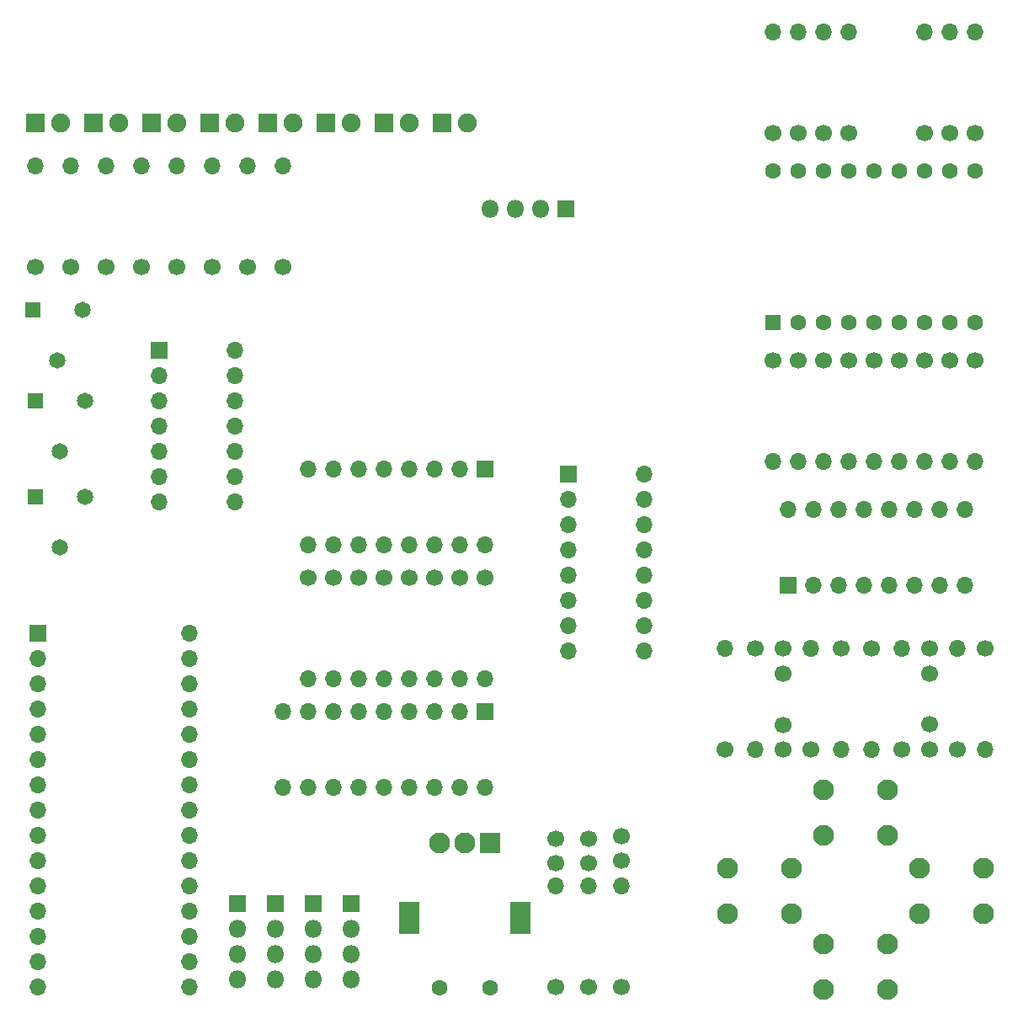
<source format=gbr>
G04 #@! TF.GenerationSoftware,KiCad,Pcbnew,(5.1.6)-1*
G04 #@! TF.CreationDate,2020-05-30T01:19:27-07:00*
G04 #@! TF.ProjectId,NanoDemo,4e616e6f-4465-46d6-9f2e-6b696361645f,rev?*
G04 #@! TF.SameCoordinates,Original*
G04 #@! TF.FileFunction,Soldermask,Bot*
G04 #@! TF.FilePolarity,Negative*
%FSLAX46Y46*%
G04 Gerber Fmt 4.6, Leading zero omitted, Abs format (unit mm)*
G04 Created by KiCad (PCBNEW (5.1.6)-1) date 2020-05-30 01:19:27*
%MOMM*%
%LPD*%
G01*
G04 APERTURE LIST*
%ADD10O,1.800000X1.800000*%
%ADD11R,1.800000X1.800000*%
%ADD12O,1.700000X1.700000*%
%ADD13R,1.700000X1.700000*%
%ADD14C,2.100000*%
%ADD15R,2.100000X2.100000*%
%ADD16R,2.100000X3.300000*%
%ADD17C,1.600000*%
%ADD18C,1.650000*%
%ADD19R,1.650000X1.650000*%
%ADD20C,1.700000*%
%ADD21R,1.600000X1.600000*%
%ADD22C,1.900000*%
%ADD23R,1.900000X1.900000*%
G04 APERTURE END LIST*
D10*
G04 #@! TO.C,J5*
X114554000Y-88646000D03*
X117094000Y-88646000D03*
X119634000Y-88646000D03*
D11*
X122174000Y-88646000D03*
G04 #@! TD*
D12*
G04 #@! TO.C,U6*
X130048000Y-115316000D03*
X122428000Y-133096000D03*
X130048000Y-117856000D03*
X122428000Y-130556000D03*
X130048000Y-120396000D03*
X122428000Y-128016000D03*
X130048000Y-122936000D03*
X122428000Y-125476000D03*
X130048000Y-125476000D03*
X122428000Y-122936000D03*
X130048000Y-128016000D03*
X122428000Y-120396000D03*
X130048000Y-130556000D03*
X122428000Y-117856000D03*
X130048000Y-133096000D03*
D13*
X122428000Y-115316000D03*
G04 #@! TD*
D12*
G04 #@! TO.C,U5*
X114046000Y-146812000D03*
X93726000Y-139192000D03*
X111506000Y-146812000D03*
X96266000Y-139192000D03*
X108966000Y-146812000D03*
X98806000Y-139192000D03*
X106426000Y-146812000D03*
X101346000Y-139192000D03*
X103886000Y-146812000D03*
X103886000Y-139192000D03*
X101346000Y-146812000D03*
X106426000Y-139192000D03*
X98806000Y-146812000D03*
X108966000Y-139192000D03*
X96266000Y-146812000D03*
X111506000Y-139192000D03*
X93726000Y-146812000D03*
D13*
X114046000Y-139192000D03*
G04 #@! TD*
D12*
G04 #@! TO.C,U4*
X144526000Y-118872000D03*
X162306000Y-126492000D03*
X147066000Y-118872000D03*
X159766000Y-126492000D03*
X149606000Y-118872000D03*
X157226000Y-126492000D03*
X152146000Y-118872000D03*
X154686000Y-126492000D03*
X154686000Y-118872000D03*
X152146000Y-126492000D03*
X157226000Y-118872000D03*
X149606000Y-126492000D03*
X159766000Y-118872000D03*
X147066000Y-126492000D03*
X162306000Y-118872000D03*
D13*
X144526000Y-126492000D03*
G04 #@! TD*
D12*
G04 #@! TO.C,U2*
X114046000Y-122428000D03*
X96266000Y-114808000D03*
X111506000Y-122428000D03*
X98806000Y-114808000D03*
X108966000Y-122428000D03*
X101346000Y-114808000D03*
X106426000Y-122428000D03*
X103886000Y-114808000D03*
X103886000Y-122428000D03*
X106426000Y-114808000D03*
X101346000Y-122428000D03*
X108966000Y-114808000D03*
X98806000Y-122428000D03*
X111506000Y-114808000D03*
X96266000Y-122428000D03*
D13*
X114046000Y-114808000D03*
G04 #@! TD*
D12*
G04 #@! TO.C,U1*
X88900000Y-102870000D03*
X81280000Y-118110000D03*
X88900000Y-105410000D03*
X81280000Y-115570000D03*
X88900000Y-107950000D03*
X81280000Y-113030000D03*
X88900000Y-110490000D03*
X81280000Y-110490000D03*
X88900000Y-113030000D03*
X81280000Y-107950000D03*
X88900000Y-115570000D03*
X81280000Y-105410000D03*
X88900000Y-118110000D03*
D13*
X81280000Y-102870000D03*
G04 #@! TD*
D14*
G04 #@! TO.C,SW5*
X154582000Y-162560000D03*
X154582000Y-167060000D03*
X148082000Y-162560000D03*
X148082000Y-167060000D03*
G04 #@! TD*
D15*
G04 #@! TO.C,SW4*
X114554000Y-152400000D03*
D14*
X112054000Y-152400000D03*
X109554000Y-152400000D03*
D16*
X117654000Y-159900000D03*
X106454000Y-159900000D03*
D17*
X114554000Y-166900000D03*
X109554000Y-166900000D03*
G04 #@! TD*
D14*
G04 #@! TO.C,SW3*
X154582000Y-147066000D03*
X154582000Y-151566000D03*
X148082000Y-147066000D03*
X148082000Y-151566000D03*
G04 #@! TD*
G04 #@! TO.C,SW2*
X164234000Y-154940000D03*
X164234000Y-159440000D03*
X157734000Y-154940000D03*
X157734000Y-159440000D03*
G04 #@! TD*
G04 #@! TO.C,SW1*
X144930000Y-154940000D03*
X144930000Y-159440000D03*
X138430000Y-154940000D03*
X138430000Y-159440000D03*
G04 #@! TD*
D18*
G04 #@! TO.C,RV3*
X71334000Y-122602000D03*
D19*
X68834000Y-117602000D03*
D18*
X73834000Y-117602000D03*
G04 #@! TD*
G04 #@! TO.C,RV2*
X71334000Y-112950000D03*
D19*
X68834000Y-107950000D03*
D18*
X73834000Y-107950000D03*
G04 #@! TD*
G04 #@! TO.C,RV1*
X71080000Y-103806000D03*
D19*
X68580000Y-98806000D03*
D18*
X73580000Y-98806000D03*
G04 #@! TD*
D12*
G04 #@! TO.C,R43*
X163322000Y-114046000D03*
D20*
X163322000Y-103886000D03*
G04 #@! TD*
D12*
G04 #@! TO.C,R42*
X158242000Y-114046000D03*
D20*
X158242000Y-103886000D03*
G04 #@! TD*
D12*
G04 #@! TO.C,R41*
X158242000Y-70866000D03*
D20*
X158242000Y-81026000D03*
G04 #@! TD*
D12*
G04 #@! TO.C,R40*
X153162000Y-114046000D03*
D20*
X153162000Y-103886000D03*
G04 #@! TD*
D12*
G04 #@! TO.C,R39*
X155702000Y-114046000D03*
D20*
X155702000Y-103886000D03*
G04 #@! TD*
D12*
G04 #@! TO.C,R38*
X160782000Y-114046000D03*
D20*
X160782000Y-103886000D03*
G04 #@! TD*
D12*
G04 #@! TO.C,R37*
X163322000Y-70866000D03*
D20*
X163322000Y-81026000D03*
G04 #@! TD*
D12*
G04 #@! TO.C,R36*
X160782000Y-70866000D03*
D20*
X160782000Y-81026000D03*
G04 #@! TD*
D12*
G04 #@! TO.C,R35*
X150622000Y-114046000D03*
D20*
X150622000Y-103886000D03*
G04 #@! TD*
D12*
G04 #@! TO.C,R34*
X145542000Y-70866000D03*
D20*
X145542000Y-81026000D03*
G04 #@! TD*
D12*
G04 #@! TO.C,R33*
X143002000Y-70866000D03*
D20*
X143002000Y-81026000D03*
G04 #@! TD*
D12*
G04 #@! TO.C,R32*
X143002000Y-114046000D03*
D20*
X143002000Y-103886000D03*
G04 #@! TD*
D12*
G04 #@! TO.C,R31*
X145542000Y-114046000D03*
D20*
X145542000Y-103886000D03*
G04 #@! TD*
D12*
G04 #@! TO.C,R30*
X148082000Y-114046000D03*
D20*
X148082000Y-103886000D03*
G04 #@! TD*
D12*
G04 #@! TO.C,R29*
X150622000Y-70866000D03*
D20*
X150622000Y-81026000D03*
G04 #@! TD*
D12*
G04 #@! TO.C,R28*
X148082000Y-70866000D03*
D20*
X148082000Y-81026000D03*
G04 #@! TD*
D12*
G04 #@! TO.C,R27*
X114046000Y-135890000D03*
D20*
X114046000Y-125730000D03*
G04 #@! TD*
D12*
G04 #@! TO.C,R26*
X111506000Y-135890000D03*
D20*
X111506000Y-125730000D03*
G04 #@! TD*
D12*
G04 #@! TO.C,R25*
X108966000Y-135890000D03*
D20*
X108966000Y-125730000D03*
G04 #@! TD*
D12*
G04 #@! TO.C,R24*
X106426000Y-135890000D03*
D20*
X106426000Y-125730000D03*
G04 #@! TD*
D12*
G04 #@! TO.C,R23*
X103886000Y-135890000D03*
D20*
X103886000Y-125730000D03*
G04 #@! TD*
D12*
G04 #@! TO.C,R22*
X101346000Y-135890000D03*
D20*
X101346000Y-125730000D03*
G04 #@! TD*
D12*
G04 #@! TO.C,R21*
X98806000Y-135890000D03*
D20*
X98806000Y-125730000D03*
G04 #@! TD*
D12*
G04 #@! TO.C,R20*
X96266000Y-135890000D03*
D20*
X96266000Y-125730000D03*
G04 #@! TD*
D12*
G04 #@! TO.C,R19*
X68834000Y-84328000D03*
D20*
X68834000Y-94488000D03*
G04 #@! TD*
D12*
G04 #@! TO.C,R18*
X93726000Y-84328000D03*
D20*
X93726000Y-94488000D03*
G04 #@! TD*
D12*
G04 #@! TO.C,R17*
X90170000Y-84328000D03*
D20*
X90170000Y-94488000D03*
G04 #@! TD*
D12*
G04 #@! TO.C,R16*
X86614000Y-84328000D03*
D20*
X86614000Y-94488000D03*
G04 #@! TD*
D12*
G04 #@! TO.C,R15*
X83058000Y-84328000D03*
D20*
X83058000Y-94488000D03*
G04 #@! TD*
D12*
G04 #@! TO.C,R14*
X79502000Y-84328000D03*
D20*
X79502000Y-94488000D03*
G04 #@! TD*
D12*
G04 #@! TO.C,R13*
X75946000Y-84328000D03*
D20*
X75946000Y-94488000D03*
G04 #@! TD*
D12*
G04 #@! TO.C,R12*
X72390000Y-84328000D03*
D20*
X72390000Y-94488000D03*
G04 #@! TD*
D12*
G04 #@! TO.C,R11*
X146812000Y-132842000D03*
D20*
X146812000Y-143002000D03*
G04 #@! TD*
D12*
G04 #@! TO.C,R10*
X121158000Y-156718000D03*
D20*
X121158000Y-166878000D03*
G04 #@! TD*
D12*
G04 #@! TO.C,R9*
X149860000Y-143002000D03*
D20*
X149860000Y-132842000D03*
G04 #@! TD*
D12*
G04 #@! TO.C,R8*
X124460000Y-156718000D03*
D20*
X124460000Y-166878000D03*
G04 #@! TD*
D12*
G04 #@! TO.C,R7*
X155956000Y-132842000D03*
D20*
X155956000Y-143002000D03*
G04 #@! TD*
D12*
G04 #@! TO.C,R6*
X152908000Y-143002000D03*
D20*
X152908000Y-132842000D03*
G04 #@! TD*
D12*
G04 #@! TO.C,R5*
X127762000Y-156718000D03*
D20*
X127762000Y-166878000D03*
G04 #@! TD*
D12*
G04 #@! TO.C,R4*
X138176000Y-132842000D03*
D20*
X138176000Y-143002000D03*
G04 #@! TD*
D12*
G04 #@! TO.C,R3*
X141224000Y-143002000D03*
D20*
X141224000Y-132842000D03*
G04 #@! TD*
D12*
G04 #@! TO.C,R2*
X161544000Y-132842000D03*
D20*
X161544000Y-143002000D03*
G04 #@! TD*
D12*
G04 #@! TO.C,R1*
X164338000Y-143002000D03*
D20*
X164338000Y-132842000D03*
G04 #@! TD*
D10*
G04 #@! TO.C,J4*
X100584000Y-166116000D03*
X100584000Y-163576000D03*
X100584000Y-161036000D03*
D11*
X100584000Y-158496000D03*
G04 #@! TD*
D10*
G04 #@! TO.C,J3*
X96774000Y-166116000D03*
X96774000Y-163576000D03*
X96774000Y-161036000D03*
D11*
X96774000Y-158496000D03*
G04 #@! TD*
D10*
G04 #@! TO.C,J2*
X92964000Y-166116000D03*
X92964000Y-163576000D03*
X92964000Y-161036000D03*
D11*
X92964000Y-158496000D03*
G04 #@! TD*
D10*
G04 #@! TO.C,J1*
X89154000Y-166116000D03*
X89154000Y-163576000D03*
X89154000Y-161036000D03*
D11*
X89154000Y-158496000D03*
G04 #@! TD*
D17*
G04 #@! TO.C,DS1*
X143002000Y-84836000D03*
X145542000Y-84836000D03*
X148082000Y-84836000D03*
X150622000Y-84836000D03*
X153162000Y-84836000D03*
X155702000Y-84836000D03*
X158242000Y-84836000D03*
X160782000Y-84836000D03*
X163322000Y-84836000D03*
X163322000Y-100076000D03*
X160782000Y-100076000D03*
X158242000Y-100076000D03*
X155702000Y-100076000D03*
X153162000Y-100076000D03*
X150622000Y-100076000D03*
X148082000Y-100076000D03*
X145542000Y-100076000D03*
D21*
X143002000Y-100076000D03*
G04 #@! TD*
D22*
G04 #@! TO.C,D16*
X112268000Y-80010000D03*
D23*
X109728000Y-80010000D03*
G04 #@! TD*
D22*
G04 #@! TO.C,D15*
X106426000Y-80010000D03*
D23*
X103886000Y-80010000D03*
G04 #@! TD*
D22*
G04 #@! TO.C,D14*
X100584000Y-80010000D03*
D23*
X98044000Y-80010000D03*
G04 #@! TD*
D22*
G04 #@! TO.C,D13*
X94742000Y-80010000D03*
D23*
X92202000Y-80010000D03*
G04 #@! TD*
D22*
G04 #@! TO.C,D12*
X88900000Y-80010000D03*
D23*
X86360000Y-80010000D03*
G04 #@! TD*
D22*
G04 #@! TO.C,D11*
X83058000Y-80010000D03*
D23*
X80518000Y-80010000D03*
G04 #@! TD*
D22*
G04 #@! TO.C,D10*
X77216000Y-80010000D03*
D23*
X74676000Y-80010000D03*
G04 #@! TD*
D22*
G04 #@! TO.C,D9*
X71374000Y-80010000D03*
D23*
X68834000Y-80010000D03*
G04 #@! TD*
D20*
G04 #@! TO.C,C7*
X144018000Y-135342000D03*
X144018000Y-132842000D03*
G04 #@! TD*
G04 #@! TO.C,C6*
X121158000Y-151932000D03*
X121158000Y-154432000D03*
G04 #@! TD*
G04 #@! TO.C,C5*
X124460000Y-151932000D03*
X124460000Y-154432000D03*
G04 #@! TD*
G04 #@! TO.C,C4*
X158750000Y-135342000D03*
X158750000Y-132842000D03*
G04 #@! TD*
G04 #@! TO.C,C3*
X127762000Y-151678000D03*
X127762000Y-154178000D03*
G04 #@! TD*
G04 #@! TO.C,C2*
X144018000Y-140502000D03*
X144018000Y-143002000D03*
G04 #@! TD*
G04 #@! TO.C,C1*
X158750000Y-142962000D03*
X158750000Y-140462000D03*
G04 #@! TD*
D12*
G04 #@! TO.C,A1*
X84328000Y-166878000D03*
X69088000Y-166878000D03*
X84328000Y-131318000D03*
X69088000Y-164338000D03*
X84328000Y-133858000D03*
X69088000Y-161798000D03*
X84328000Y-136398000D03*
X69088000Y-159258000D03*
X84328000Y-138938000D03*
X69088000Y-156718000D03*
X84328000Y-141478000D03*
X69088000Y-154178000D03*
X84328000Y-144018000D03*
X69088000Y-151638000D03*
X84328000Y-146558000D03*
X69088000Y-149098000D03*
X84328000Y-149098000D03*
X69088000Y-146558000D03*
X84328000Y-151638000D03*
X69088000Y-144018000D03*
X84328000Y-154178000D03*
X69088000Y-141478000D03*
X84328000Y-156718000D03*
X69088000Y-138938000D03*
X84328000Y-159258000D03*
X69088000Y-136398000D03*
X84328000Y-161798000D03*
X69088000Y-133858000D03*
X84328000Y-164338000D03*
D13*
X69088000Y-131318000D03*
G04 #@! TD*
M02*

</source>
